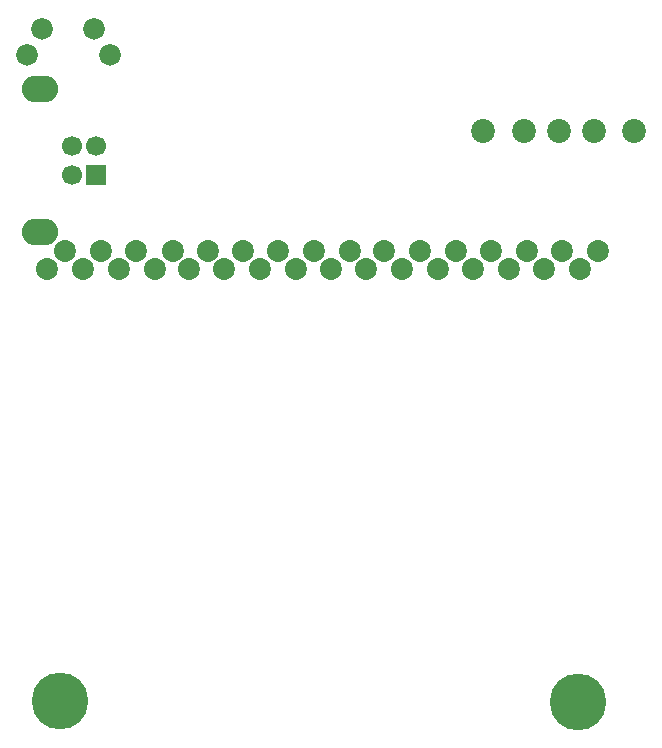
<source format=gbr>
%TF.GenerationSoftware,KiCad,Pcbnew,(6.0.2)*%
%TF.CreationDate,2022-07-19T18:02:22-05:00*%
%TF.ProjectId,REF1512B,52454631-3531-4324-922e-6b696361645f,rev?*%
%TF.SameCoordinates,Original*%
%TF.FileFunction,Soldermask,Bot*%
%TF.FilePolarity,Negative*%
%FSLAX46Y46*%
G04 Gerber Fmt 4.6, Leading zero omitted, Abs format (unit mm)*
G04 Created by KiCad (PCBNEW (6.0.2)) date 2022-07-19 18:02:22*
%MOMM*%
%LPD*%
G01*
G04 APERTURE LIST*
%ADD10R,1.700000X1.700000*%
%ADD11C,1.700000*%
%ADD12O,3.090000X2.250000*%
%ADD13C,1.860000*%
%ADD14C,2.020000*%
%ADD15C,1.830000*%
%ADD16C,4.800000*%
G04 APERTURE END LIST*
D10*
%TO.C,J4*%
X129967000Y-75166000D03*
D11*
X129967000Y-72666000D03*
X127967000Y-72666000D03*
X127967000Y-75166000D03*
D12*
X125257000Y-79936000D03*
X125257000Y-67896000D03*
%TD*%
D13*
%TO.C,J2*%
X172479500Y-81608000D03*
X170933000Y-83116000D03*
X169464600Y-81607900D03*
X167916500Y-83114000D03*
X166446500Y-81608000D03*
X164900500Y-83116000D03*
X163432100Y-81607900D03*
X161882500Y-83115000D03*
X160456500Y-81609000D03*
X158907700Y-83116000D03*
X157399600Y-81607900D03*
X155847500Y-83116000D03*
X154383300Y-81607900D03*
X152833500Y-83116000D03*
X151447500Y-81607000D03*
X149896500Y-83117000D03*
X148426500Y-81608000D03*
X146881500Y-83115000D03*
X145412500Y-81609000D03*
X143864500Y-83117000D03*
X142396500Y-81607000D03*
X140851500Y-83115000D03*
X139418500Y-81606000D03*
X137874500Y-83116000D03*
X136483500Y-81611000D03*
X134932500Y-83114000D03*
X133387500Y-81609000D03*
X131880500Y-83116000D03*
X130373500Y-81609000D03*
X128866500Y-83124000D03*
X127351500Y-81609000D03*
X125848000Y-83116000D03*
%TD*%
D14*
%TO.C,J3*%
X166227000Y-71435000D03*
X169200000Y-71438000D03*
X172103000Y-71437000D03*
X162770000Y-71437000D03*
X175552000Y-71439000D03*
%TD*%
D15*
%TO.C,SW1*%
X124097000Y-64952000D03*
X125370000Y-62809000D03*
X129821000Y-62769000D03*
X131127000Y-64952000D03*
%TD*%
D16*
%TO.C,REF2*%
X170787000Y-119748000D03*
%TD*%
%TO.C,REF1*%
X126923000Y-119706000D03*
%TD*%
M02*

</source>
